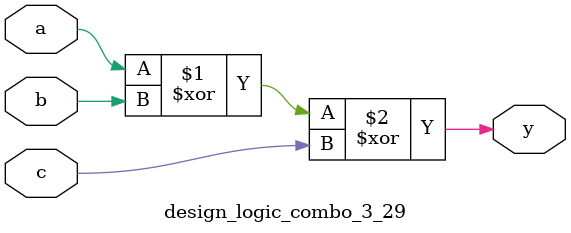
<source format=sv>
module design_logic_combo_3_29(input logic a,b,c, output logic y);
  assign y = (a ^ b) ^ c;
endmodule

</source>
